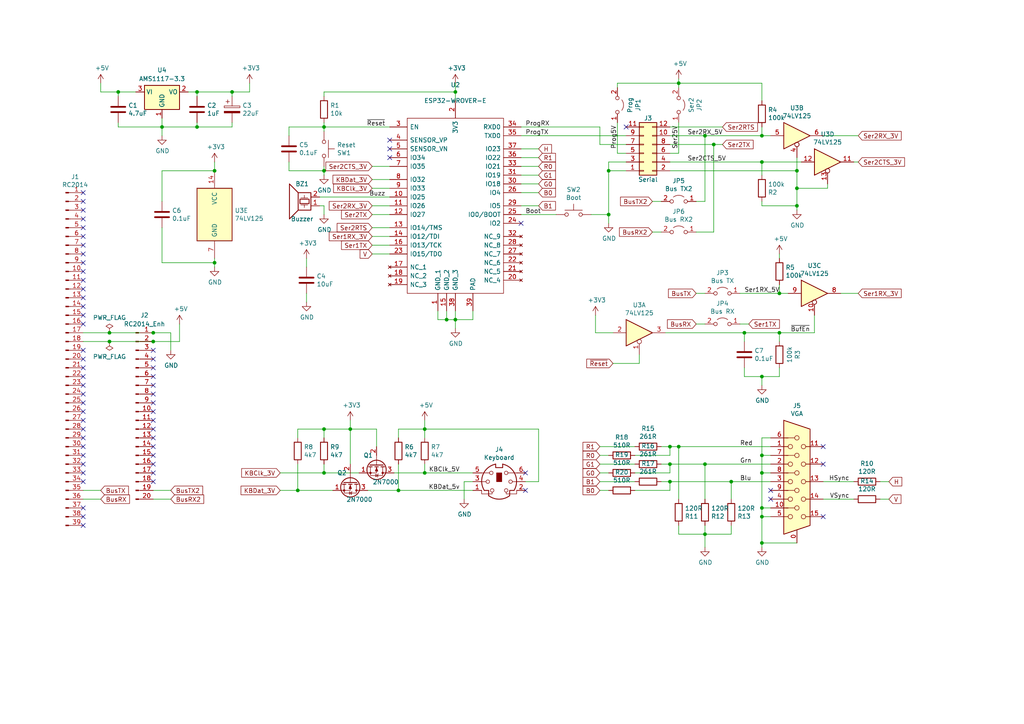
<source format=kicad_sch>
(kicad_sch (version 20230121) (generator eeschema)
  (paper "A4")
  (title_block (date "2024-06-02") (comment 1 "Some changes by Zegar") (comment 2 "74LV125 SMD") (comment 3 "AMS1117-3.3 instead MCP1825S"))
  (junction (at 115.57 142.24))
  (junction (at 194.31 139.7))
  (junction (at 220.98 137.16))
  (junction (at 34.29 26.67))
  (junction (at 212.09 139.7))
  (junction (at 93.98 124.46))
  (junction (at 44.45 96.52))
  (junction (at 44.45 99.06))
  (junction (at 220.98 46.99))
  (junction (at 62.23 49.53))
  (junction (at 123.19 124.46))
  (junction (at 215.9 96.52))
  (junction (at 101.6 124.46))
  (junction (at 204.47 134.62))
  (junction (at 220.98 149.86))
  (junction (at 226.06 85.09))
  (junction (at 86.36 142.24))
  (junction (at 204.47 39.37))
  (junction (at 220.98 157.48))
  (junction (at 31.75 96.52))
  (junction (at 226.06 96.52))
  (junction (at 67.31 26.67))
  (junction (at 93.98 137.16))
  (junction (at 46.99 36.83))
  (junction (at 31.75 99.06))
  (junction (at 132.08 92.71))
  (junction (at 196.85 24.13))
  (junction (at 132.08 26.67))
  (junction (at 231.14 54.61))
  (junction (at 204.47 154.94))
  (junction (at 93.98 49.53))
  (junction (at 57.15 36.83))
  (junction (at 220.98 109.22))
  (junction (at 220.98 39.37))
  (junction (at 176.53 62.23))
  (junction (at 194.31 129.54))
  (junction (at 176.53 49.53))
  (junction (at 123.19 137.16))
  (junction (at 129.54 92.71))
  (junction (at 220.98 147.32))
  (junction (at 207.01 41.91))
  (junction (at 220.98 132.08))
  (junction (at 231.14 49.53))
  (junction (at 194.31 134.62))
  (junction (at 57.15 26.67))
  (junction (at 196.85 129.54))
  (junction (at 231.14 59.69))
  (junction (at 62.23 76.2))
  (junction (at 93.98 36.83))
  (no_connect (at 223.52 142.24))
  (no_connect (at 181.61 36.83))
  (no_connect (at 44.45 121.92))
  (no_connect (at 24.13 68.58))
  (no_connect (at 44.45 116.84))
  (no_connect (at 44.45 119.38))
  (no_connect (at 44.45 114.3))
  (no_connect (at 24.13 91.44))
  (no_connect (at 24.13 147.32))
  (no_connect (at 238.76 149.86))
  (no_connect (at 24.13 106.68))
  (no_connect (at 151.13 64.77))
  (no_connect (at 24.13 149.86))
  (no_connect (at 24.13 63.5))
  (no_connect (at 44.45 134.62))
  (no_connect (at 24.13 129.54))
  (no_connect (at 24.13 139.7))
  (no_connect (at 44.45 129.54))
  (no_connect (at 223.52 144.78))
  (no_connect (at 24.13 93.98))
  (no_connect (at 24.13 134.62))
  (no_connect (at 44.45 109.22))
  (no_connect (at 24.13 81.28))
  (no_connect (at 113.03 40.64))
  (no_connect (at 44.45 139.7))
  (no_connect (at 44.45 101.6))
  (no_connect (at 238.76 134.62))
  (no_connect (at 24.13 116.84))
  (no_connect (at 44.45 124.46))
  (no_connect (at 24.13 101.6))
  (no_connect (at 44.45 111.76))
  (no_connect (at 24.13 119.38))
  (no_connect (at 24.13 78.74))
  (no_connect (at 24.13 88.9))
  (no_connect (at 24.13 111.76))
  (no_connect (at 24.13 73.66))
  (no_connect (at 24.13 124.46))
  (no_connect (at 44.45 106.68))
  (no_connect (at 24.13 58.42))
  (no_connect (at 44.45 137.16))
  (no_connect (at 24.13 83.82))
  (no_connect (at 44.45 127))
  (no_connect (at 24.13 60.96))
  (no_connect (at 24.13 114.3))
  (no_connect (at 152.4 137.16))
  (no_connect (at 24.13 132.08))
  (no_connect (at 24.13 137.16))
  (no_connect (at 44.45 104.14))
  (no_connect (at 113.03 43.18))
  (no_connect (at 44.45 132.08))
  (no_connect (at 24.13 66.04))
  (no_connect (at 24.13 127))
  (no_connect (at 24.13 121.92))
  (no_connect (at 24.13 55.88))
  (no_connect (at 24.13 71.12))
  (no_connect (at 24.13 109.22))
  (no_connect (at 24.13 86.36))
  (no_connect (at 152.4 142.24))
  (no_connect (at 238.76 129.54))
  (no_connect (at 24.13 104.14))
  (no_connect (at 24.13 76.2))
  (no_connect (at 113.03 45.72))
  (no_connect (at 24.13 152.4))
  (wire (pts (xy 212.09 152.4) (xy 212.09 154.94)))
  (wire (pts (xy 57.15 26.67) (xy 67.31 26.67)))
  (wire (pts (xy 92.71 57.15) (xy 113.03 57.15)))
  (wire (pts (xy 109.22 124.46) (xy 109.22 129.54)))
  (wire (pts (xy 151.13 55.88) (xy 156.21 55.88)))
  (wire (pts (xy 220.98 149.86) (xy 220.98 157.48)))
  (wire (pts (xy 194.31 36.83) (xy 209.55 36.83)))
  (wire (pts (xy 191.77 139.7) (xy 194.31 139.7)))
  (wire (pts (xy 220.98 39.37) (xy 223.52 39.37)))
  (wire (pts (xy 194.31 49.53) (xy 231.14 49.53)))
  (wire (pts (xy 86.36 127) (xy 86.36 124.46)))
  (wire (pts (xy 151.13 50.8) (xy 156.21 50.8)))
  (wire (pts (xy 132.08 95.25) (xy 132.08 92.71)))
  (wire (pts (xy 129.54 92.71) (xy 132.08 92.71)))
  (wire (pts (xy 101.6 124.46) (xy 109.22 124.46)))
  (wire (pts (xy 226.06 99.06) (xy 226.06 96.52)))
  (wire (pts (xy 57.15 26.67) (xy 57.15 27.94)))
  (wire (pts (xy 62.23 46.99) (xy 62.23 49.53)))
  (wire (pts (xy 106.68 142.24) (xy 115.57 142.24)))
  (wire (pts (xy 231.14 45.72) (xy 231.14 49.53)))
  (wire (pts (xy 193.04 96.52) (xy 215.9 96.52)))
  (wire (pts (xy 173.99 137.16) (xy 176.53 137.16)))
  (wire (pts (xy 173.99 142.24) (xy 176.53 142.24)))
  (wire (pts (xy 93.98 124.46) (xy 101.6 124.46)))
  (wire (pts (xy 176.53 49.53) (xy 176.53 62.23)))
  (wire (pts (xy 194.31 134.62) (xy 204.47 134.62)))
  (wire (pts (xy 34.29 27.94) (xy 34.29 26.67)))
  (wire (pts (xy 255.27 144.78) (xy 257.81 144.78)))
  (wire (pts (xy 113.03 66.04) (xy 107.95 66.04)))
  (wire (pts (xy 173.99 41.91) (xy 181.61 41.91)))
  (wire (pts (xy 215.9 99.06) (xy 215.9 96.52)))
  (wire (pts (xy 44.45 144.78) (xy 49.53 144.78)))
  (wire (pts (xy 212.09 154.94) (xy 204.47 154.94)))
  (wire (pts (xy 107.95 52.07) (xy 113.03 52.07)))
  (wire (pts (xy 127 92.71) (xy 129.54 92.71)))
  (wire (pts (xy 220.98 109.22) (xy 220.98 111.76)))
  (wire (pts (xy 243.84 85.09) (xy 248.92 85.09)))
  (wire (pts (xy 220.98 109.22) (xy 226.06 109.22)))
  (wire (pts (xy 24.13 144.78) (xy 29.21 144.78)))
  (wire (pts (xy 86.36 124.46) (xy 93.98 124.46)))
  (wire (pts (xy 220.98 147.32) (xy 220.98 149.86)))
  (wire (pts (xy 123.19 121.92) (xy 123.19 124.46)))
  (wire (pts (xy 134.62 139.7) (xy 134.62 144.78)))
  (wire (pts (xy 223.52 127) (xy 220.98 127)))
  (wire (pts (xy 204.47 152.4) (xy 204.47 154.94)))
  (wire (pts (xy 220.98 127) (xy 220.98 132.08)))
  (wire (pts (xy 220.98 24.13) (xy 220.98 29.21)))
  (wire (pts (xy 93.98 49.53) (xy 93.98 50.8)))
  (wire (pts (xy 204.47 154.94) (xy 204.47 158.75)))
  (wire (pts (xy 223.52 132.08) (xy 220.98 132.08)))
  (wire (pts (xy 46.99 49.53) (xy 62.23 49.53)))
  (wire (pts (xy 34.29 36.83) (xy 46.99 36.83)))
  (wire (pts (xy 46.99 76.2) (xy 62.23 76.2)))
  (wire (pts (xy 220.98 50.8) (xy 220.98 46.99)))
  (wire (pts (xy 231.14 157.48) (xy 220.98 157.48)))
  (wire (pts (xy 255.27 139.7) (xy 257.81 139.7)))
  (wire (pts (xy 123.19 137.16) (xy 137.16 137.16)))
  (wire (pts (xy 204.47 93.98) (xy 201.93 93.98)))
  (wire (pts (xy 214.63 93.98) (xy 217.17 93.98)))
  (wire (pts (xy 194.31 129.54) (xy 196.85 129.54)))
  (wire (pts (xy 151.13 48.26) (xy 156.21 48.26)))
  (wire (pts (xy 238.76 144.78) (xy 247.65 144.78)))
  (wire (pts (xy 189.23 67.31) (xy 191.77 67.31)))
  (wire (pts (xy 173.99 129.54) (xy 184.15 129.54)))
  (wire (pts (xy 212.09 139.7) (xy 223.52 139.7)))
  (wire (pts (xy 57.15 36.83) (xy 46.99 36.83)))
  (wire (pts (xy 34.29 35.56) (xy 34.29 36.83)))
  (wire (pts (xy 83.82 49.53) (xy 93.98 49.53)))
  (wire (pts (xy 226.06 73.66) (xy 226.06 74.93)))
  (wire (pts (xy 223.52 137.16) (xy 220.98 137.16)))
  (wire (pts (xy 194.31 139.7) (xy 212.09 139.7)))
  (wire (pts (xy 44.45 142.24) (xy 49.53 142.24)))
  (wire (pts (xy 81.28 137.16) (xy 93.98 137.16)))
  (wire (pts (xy 196.85 129.54) (xy 196.85 144.78)))
  (wire (pts (xy 176.53 46.99) (xy 181.61 46.99)))
  (wire (pts (xy 201.93 85.09) (xy 204.47 85.09)))
  (wire (pts (xy 171.45 62.23) (xy 176.53 62.23)))
  (wire (pts (xy 113.03 36.83) (xy 93.98 36.83)))
  (wire (pts (xy 181.61 49.53) (xy 176.53 49.53)))
  (wire (pts (xy 46.99 66.04) (xy 46.99 76.2)))
  (wire (pts (xy 107.95 59.69) (xy 113.03 59.69)))
  (wire (pts (xy 67.31 36.83) (xy 57.15 36.83)))
  (wire (pts (xy 172.72 96.52) (xy 177.8 96.52)))
  (wire (pts (xy 151.13 43.18) (xy 156.21 43.18)))
  (wire (pts (xy 196.85 129.54) (xy 223.52 129.54)))
  (wire (pts (xy 207.01 67.31) (xy 201.93 67.31)))
  (wire (pts (xy 29.21 26.67) (xy 34.29 26.67)))
  (wire (pts (xy 220.98 132.08) (xy 220.98 137.16)))
  (wire (pts (xy 107.95 54.61) (xy 113.03 54.61)))
  (wire (pts (xy 248.92 39.37) (xy 238.76 39.37)))
  (wire (pts (xy 207.01 41.91) (xy 209.55 41.91)))
  (wire (pts (xy 57.15 35.56) (xy 57.15 36.83)))
  (wire (pts (xy 39.37 26.67) (xy 34.29 26.67)))
  (wire (pts (xy 101.6 121.92) (xy 101.6 124.46)))
  (wire (pts (xy 93.98 36.83) (xy 93.98 38.1)))
  (wire (pts (xy 83.82 39.37) (xy 83.82 36.83)))
  (wire (pts (xy 151.13 59.69) (xy 156.21 59.69)))
  (wire (pts (xy 72.39 26.67) (xy 72.39 24.13)))
  (wire (pts (xy 107.95 71.12) (xy 113.03 71.12)))
  (wire (pts (xy 88.9 74.93) (xy 88.9 77.47)))
  (wire (pts (xy 231.14 59.69) (xy 231.14 60.96)))
  (wire (pts (xy 179.07 24.13) (xy 196.85 24.13)))
  (wire (pts (xy 179.07 44.45) (xy 181.61 44.45)))
  (wire (pts (xy 194.31 46.99) (xy 220.98 46.99)))
  (wire (pts (xy 215.9 96.52) (xy 226.06 96.52)))
  (wire (pts (xy 226.06 109.22) (xy 226.06 106.68)))
  (wire (pts (xy 231.14 54.61) (xy 231.14 59.69)))
  (wire (pts (xy 132.08 24.13) (xy 132.08 26.67)))
  (wire (pts (xy 62.23 76.2) (xy 62.23 77.47)))
  (wire (pts (xy 132.08 92.71) (xy 132.08 90.17)))
  (wire (pts (xy 137.16 90.17) (xy 137.16 92.71)))
  (wire (pts (xy 179.07 35.56) (xy 179.07 44.45)))
  (wire (pts (xy 123.19 124.46) (xy 115.57 124.46)))
  (wire (pts (xy 238.76 139.7) (xy 247.65 139.7)))
  (wire (pts (xy 220.98 24.13) (xy 196.85 24.13)))
  (wire (pts (xy 204.47 39.37) (xy 220.98 39.37)))
  (wire (pts (xy 173.99 36.83) (xy 173.99 41.91)))
  (wire (pts (xy 194.31 132.08) (xy 194.31 129.54)))
  (wire (pts (xy 194.31 41.91) (xy 207.01 41.91)))
  (wire (pts (xy 173.99 132.08) (xy 176.53 132.08)))
  (wire (pts (xy 31.75 99.06) (xy 44.45 99.06)))
  (wire (pts (xy 24.13 99.06) (xy 31.75 99.06)))
  (wire (pts (xy 184.15 132.08) (xy 194.31 132.08)))
  (wire (pts (xy 220.98 59.69) (xy 231.14 59.69)))
  (wire (pts (xy 86.36 134.62) (xy 86.36 142.24)))
  (wire (pts (xy 52.07 93.98) (xy 52.07 99.06)))
  (wire (pts (xy 226.06 82.55) (xy 226.06 85.09)))
  (wire (pts (xy 226.06 85.09) (xy 228.6 85.09)))
  (wire (pts (xy 93.98 26.67) (xy 132.08 26.67)))
  (wire (pts (xy 220.98 157.48) (xy 220.98 158.75)))
  (wire (pts (xy 185.42 105.41) (xy 185.42 102.87)))
  (wire (pts (xy 151.13 45.72) (xy 156.21 45.72)))
  (wire (pts (xy 93.98 134.62) (xy 93.98 137.16)))
  (wire (pts (xy 115.57 134.62) (xy 115.57 142.24)))
  (wire (pts (xy 204.47 58.42) (xy 204.47 39.37)))
  (wire (pts (xy 67.31 26.67) (xy 72.39 26.67)))
  (wire (pts (xy 115.57 142.24) (xy 137.16 142.24)))
  (wire (pts (xy 93.98 35.56) (xy 93.98 36.83)))
  (wire (pts (xy 132.08 92.71) (xy 137.16 92.71)))
  (wire (pts (xy 212.09 139.7) (xy 212.09 144.78)))
  (wire (pts (xy 123.19 127) (xy 123.19 124.46)))
  (wire (pts (xy 196.85 44.45) (xy 196.85 35.56)))
  (wire (pts (xy 31.75 96.52) (xy 44.45 96.52)))
  (wire (pts (xy 151.13 53.34) (xy 156.21 53.34)))
  (wire (pts (xy 194.31 39.37) (xy 204.47 39.37)))
  (wire (pts (xy 132.08 26.67) (xy 132.08 29.21)))
  (wire (pts (xy 54.61 26.67) (xy 57.15 26.67)))
  (wire (pts (xy 207.01 67.31) (xy 207.01 41.91)))
  (wire (pts (xy 115.57 124.46) (xy 115.57 127)))
  (wire (pts (xy 204.47 134.62) (xy 223.52 134.62)))
  (wire (pts (xy 179.07 25.4) (xy 179.07 24.13)))
  (wire (pts (xy 184.15 142.24) (xy 194.31 142.24)))
  (wire (pts (xy 173.99 134.62) (xy 184.15 134.62)))
  (wire (pts (xy 215.9 106.68) (xy 215.9 109.22)))
  (wire (pts (xy 93.98 27.94) (xy 93.98 26.67)))
  (wire (pts (xy 220.98 58.42) (xy 220.98 59.69)))
  (wire (pts (xy 46.99 36.83) (xy 46.99 39.37)))
  (wire (pts (xy 231.14 49.53) (xy 231.14 54.61)))
  (wire (pts (xy 214.63 85.09) (xy 226.06 85.09)))
  (wire (pts (xy 173.99 139.7) (xy 184.15 139.7)))
  (wire (pts (xy 83.82 36.83) (xy 93.98 36.83)))
  (wire (pts (xy 24.13 142.24) (xy 29.21 142.24)))
  (wire (pts (xy 81.28 142.24) (xy 86.36 142.24)))
  (wire (pts (xy 151.13 36.83) (xy 173.99 36.83)))
  (wire (pts (xy 184.15 137.16) (xy 194.31 137.16)))
  (wire (pts (xy 196.85 25.4) (xy 196.85 24.13)))
  (wire (pts (xy 152.4 139.7) (xy 156.21 139.7)))
  (wire (pts (xy 127 90.17) (xy 127 92.71)))
  (wire (pts (xy 156.21 124.46) (xy 123.19 124.46)))
  (wire (pts (xy 67.31 27.94) (xy 67.31 26.67)))
  (wire (pts (xy 46.99 58.42) (xy 46.99 49.53)))
  (wire (pts (xy 223.52 149.86) (xy 220.98 149.86)))
  (wire (pts (xy 92.71 59.69) (xy 93.98 59.69)))
  (wire (pts (xy 49.53 96.52) (xy 49.53 101.6)))
  (wire (pts (xy 220.98 137.16) (xy 220.98 147.32)))
  (wire (pts (xy 204.47 58.42) (xy 201.93 58.42)))
  (wire (pts (xy 86.36 142.24) (xy 96.52 142.24)))
  (wire (pts (xy 191.77 58.42) (xy 189.23 58.42)))
  (wire (pts (xy 176.53 49.53) (xy 176.53 46.99)))
  (wire (pts (xy 151.13 39.37) (xy 181.61 39.37)))
  (wire (pts (xy 62.23 74.93) (xy 62.23 76.2)))
  (wire (pts (xy 44.45 96.52) (xy 49.53 96.52)))
  (wire (pts (xy 114.3 137.16) (xy 123.19 137.16)))
  (wire (pts (xy 93.98 59.69) (xy 93.98 62.23)))
  (wire (pts (xy 161.29 62.23) (xy 151.13 62.23)))
  (wire (pts (xy 93.98 124.46) (xy 93.98 127)))
  (wire (pts (xy 129.54 90.17) (xy 129.54 92.71)))
  (wire (pts (xy 101.6 134.62) (xy 101.6 124.46)))
  (wire (pts (xy 236.22 96.52) (xy 226.06 96.52)))
  (wire (pts (xy 83.82 46.99) (xy 83.82 49.53)))
  (wire (pts (xy 196.85 24.13) (xy 196.85 22.86)))
  (wire (pts (xy 93.98 137.16) (xy 104.14 137.16)))
  (wire (pts (xy 194.31 44.45) (xy 196.85 44.45)))
  (wire (pts (xy 52.07 99.06) (xy 44.45 99.06)))
  (wire (pts (xy 220.98 46.99) (xy 232.41 46.99)))
  (wire (pts (xy 137.16 139.7) (xy 134.62 139.7)))
  (wire (pts (xy 215.9 109.22) (xy 220.98 109.22)))
  (wire (pts (xy 93.98 48.26) (xy 93.98 49.53)))
  (wire (pts (xy 236.22 91.44) (xy 236.22 96.52)))
  (wire (pts (xy 240.03 53.34) (xy 240.03 54.61)))
  (wire (pts (xy 240.03 54.61) (xy 231.14 54.61)))
  (wire (pts (xy 107.95 62.23) (xy 113.03 62.23)))
  (wire (pts (xy 196.85 154.94) (xy 204.47 154.94)))
  (wire (pts (xy 29.21 26.67) (xy 29.21 24.13)))
  (wire (pts (xy 194.31 142.24) (xy 194.31 139.7)))
  (wire (pts (xy 220.98 36.83) (xy 220.98 39.37)))
  (wire (pts (xy 177.8 105.41) (xy 185.42 105.41)))
  (wire (pts (xy 24.13 96.52) (xy 31.75 96.52)))
  (wire (pts (xy 107.95 68.58) (xy 113.03 68.58)))
  (wire (pts (xy 248.92 46.99) (xy 247.65 46.99)))
  (wire (pts (xy 113.03 48.26) (xy 107.95 48.26)))
  (wire (pts (xy 223.52 147.32) (xy 220.98 147.32)))
  (wire (pts (xy 88.9 85.09) (xy 88.9 87.63)))
  (wire (pts (xy 123.19 134.62) (xy 123.19 137.16)))
  (wire (pts (xy 196.85 152.4) (xy 196.85 154.94)))
  (wire (pts (xy 191.77 129.54) (xy 194.31 129.54)))
  (wire (pts (xy 176.53 62.23) (xy 176.53 64.77)))
  (wire (pts (xy 156.21 139.7) (xy 156.21 124.46)))
  (wire (pts (xy 191.77 134.62) (xy 194.31 134.62)))
  (wire (pts (xy 172.72 91.44) (xy 172.72 96.52)))
  (wire (pts (xy 46.99 34.29) (xy 46.99 36.83)))
  (wire (pts (xy 67.31 36.83) (xy 67.31 35.56)))
  (wire (pts (xy 204.47 134.62) (xy 204.47 144.78)))
  (wire (pts (xy 194.31 137.16) (xy 194.31 134.62)))
  (wire (pts (xy 107.95 73.66) (xy 113.03 73.66)))
  (label "Ser1RX_5V" (at 215.9 85.09 0))
  (label "Blu" (at 214.63 139.7 0))
  (label "Ser2RX_5V" (at 199.39 39.37 0))
  (label "Ser2CTS_5V" (at 199.39 46.99 0))
  (label "ProgRX" (at 152.4 36.83 0))
  (label "~{Reset}" (at 111.76 36.83 180))
  (label "HSync" (at 246.38 139.7 180))
  (label "VSync" (at 246.38 144.78 180))
  (label "KBClk_5V" (at 133.35 137.16 180))
  (label "~{BufEn}" (at 234.95 96.52 180))
  (label "ProgTX" (at 152.4 39.37 0))
  (label "Grn" (at 214.63 134.62 0))
  (label "Boot" (at 152.4 62.23 0))
  (label "KBDat_5v" (at 133.35 142.24 180))
  (label "Ser25V" (at 196.85 43.18 90))
  (label "Buzz" (at 111.76 57.15 180))
  (label "Prog5V" (at 179.07 43.18 90))
  (label "Red" (at 214.63 129.54 0))
  (global_label "Ser2CTS_3V" (shape input) (at 107.95 48.26 180) (property "Intersheetrefs" "${INTERSHEET_REFS}" (effects hide)))
  (global_label "H" (shape input) (at 156.21 43.18 0) (property "Intersheetrefs" "${INTERSHEET_REFS}" (effects hide)))
  (global_label "G1" (shape input) (at 156.21 50.8 0) (property "Intersheetrefs" "${INTERSHEET_REFS}" (effects hide)))
  (global_label "BusTX" (shape input) (at 201.93 85.09 180) (property "Intersheetrefs" "${INTERSHEET_REFS}" (effects hide)))
  (global_label "H" (shape input) (at 257.81 139.7 0) (property "Intersheetrefs" "${INTERSHEET_REFS}" (effects hide)))
  (global_label "Ser2RX_3V" (shape input) (at 248.92 39.37 0) (property "Intersheetrefs" "${INTERSHEET_REFS}" (effects hide)))
  (global_label "KBDat_3V" (shape input) (at 81.28 142.24 180) (property "Intersheetrefs" "${INTERSHEET_REFS}" (effects hide)))
  (global_label "B0" (shape input) (at 173.99 142.24 180) (property "Intersheetrefs" "${INTERSHEET_REFS}" (effects hide)))
  (global_label "Ser2RX_3V" (shape input) (at 107.95 59.69 180) (property "Intersheetrefs" "${INTERSHEET_REFS}" (effects hide)))
  (global_label "Ser2TX" (shape input) (at 107.95 62.23 180) (property "Intersheetrefs" "${INTERSHEET_REFS}" (effects hide)))
  (global_label "G0" (shape input) (at 173.99 137.16 180) (property "Intersheetrefs" "${INTERSHEET_REFS}" (effects hide)))
  (global_label "B0" (shape input) (at 156.21 55.88 0) (property "Intersheetrefs" "${INTERSHEET_REFS}" (effects hide)))
  (global_label "R1" (shape input) (at 173.99 129.54 180) (property "Intersheetrefs" "${INTERSHEET_REFS}" (effects hide)))
  (global_label "V" (shape input) (at 257.81 144.78 0) (property "Intersheetrefs" "${INTERSHEET_REFS}" (effects hide)))
  (global_label "Ser2RTS" (shape input) (at 209.55 36.83 0) (property "Intersheetrefs" "${INTERSHEET_REFS}" (effects hide)))
  (global_label "Ser1TX" (shape input) (at 217.17 93.98 0) (property "Intersheetrefs" "${INTERSHEET_REFS}" (effects hide)))
  (global_label "BusRX2" (shape input) (at 49.53 144.78 0) (property "Intersheetrefs" "${INTERSHEET_REFS}" (effects hide)))
  (global_label "Ser1TX" (shape input) (at 107.95 71.12 180) (property "Intersheetrefs" "${INTERSHEET_REFS}" (effects hide)))
  (global_label "BusTX2" (shape input) (at 49.53 142.24 0) (property "Intersheetrefs" "${INTERSHEET_REFS}" (effects hide)))
  (global_label "R0" (shape input) (at 173.99 132.08 180) (property "Intersheetrefs" "${INTERSHEET_REFS}" (effects hide)))
  (global_label "KBClk_3V" (shape input) (at 107.95 54.61 180) (property "Intersheetrefs" "${INTERSHEET_REFS}" (effects hide)))
  (global_label "BusTX2" (shape input) (at 189.23 58.42 180) (property "Intersheetrefs" "${INTERSHEET_REFS}" (effects hide)))
  (global_label "Ser2TX" (shape input) (at 209.55 41.91 0) (property "Intersheetrefs" "${INTERSHEET_REFS}" (effects hide)))
  (global_label "KBClk_3V" (shape input) (at 81.28 137.16 180) (property "Intersheetrefs" "${INTERSHEET_REFS}" (effects hide)))
  (global_label "V" (shape input) (at 107.95 73.66 180) (property "Intersheetrefs" "${INTERSHEET_REFS}" (effects hide)))
  (global_label "BusRX2" (shape input) (at 189.23 67.31 180) (property "Intersheetrefs" "${INTERSHEET_REFS}" (effects hide)))
  (global_label "G0" (shape input) (at 156.21 53.34 0) (property "Intersheetrefs" "${INTERSHEET_REFS}" (effects hide)))
  (global_label "Ser1RX_3V" (shape input) (at 248.92 85.09 0) (property "Intersheetrefs" "${INTERSHEET_REFS}" (effects hide)))
  (global_label "B1" (shape input) (at 173.99 139.7 180) (property "Intersheetrefs" "${INTERSHEET_REFS}" (effects hide)))
  (global_label "Ser2RTS" (shape input) (at 107.95 66.04 180) (property "Intersheetrefs" "${INTERSHEET_REFS}" (effects hide)))
  (global_label "R0" (shape input) (at 156.21 48.26 0) (property "Intersheetrefs" "${INTERSHEET_REFS}" (effects hide)))
  (global_label "Ser1RX_3V" (shape input) (at 107.95 68.58 180) (property "Intersheetrefs" "${INTERSHEET_REFS}" (effects hide)))
  (global_label "~{Reset}" (shape input) (at 177.8 105.41 180) (property "Intersheetrefs" "${INTERSHEET_REFS}" (effects hide)))
  (global_label "B1" (shape input) (at 156.21 59.69 0) (property "Intersheetrefs" "${INTERSHEET_REFS}" (effects hide)))
  (global_label "BusRX" (shape input) (at 29.21 144.78 0) (property "Intersheetrefs" "${INTERSHEET_REFS}" (effects hide)))
  (global_label "BusRX" (shape input) (at 201.93 93.98 180) (property "Intersheetrefs" "${INTERSHEET_REFS}" (effects hide)))
  (global_label "BusTX" (shape input) (at 29.21 142.24 0) (property "Intersheetrefs" "${INTERSHEET_REFS}" (effects hide)))
  (global_label "G1" (shape input) (at 173.99 134.62 180) (property "Intersheetrefs" "${INTERSHEET_REFS}" (effects hide)))
  (global_label "R1" (shape input) (at 156.21 45.72 0) (property "Intersheetrefs" "${INTERSHEET_REFS}" (effects hide)))
  (global_label "Ser2CTS_3V" (shape input) (at 248.92 46.99 0) (property "Intersheetrefs" "${INTERSHEET_REFS}" (effects hide)))
  (global_label "KBDat_3V" (shape input) (at 107.95 52.07 180) (property "Intersheetrefs" "${INTERSHEET_REFS}" (effects hide)))
  (symbol (lib_id "rc-fabgl-rescue:Conn_01x39_Male-Connector") (at 19.05 104.14 0) (unit 1)
    (property "Reference" "J1" (at 21.7932 51.2826 0))
    (property "Value" "RC2014" (at 21.7932 53.594 0))
    (property "Footprint" "Connector_PinHeader_2.54mm:PinHeader_1x39_P2.54mm_Vertical" (effects hide))
  )
  (symbol (lib_id "rc-fabgl-rescue:Conn_01x20_Male-Connector") (at 39.37 119.38 0) (unit 1)
    (property "Reference" "J2" (at 41.91 91.44 0))
    (property "Value" "RC2014_Enh" (at 41.91 93.98 0))
    (property "Footprint" "Connector_PinHeader_2.54mm:PinHeader_1x20_P2.54mm_Vertical" (effects hide))
  )
  (symbol (lib_id "power:GND") (at 49.53 101.6 0) (unit 1)
    (property "Reference" "#PWR0101" (effects hide))
    (property "Value" "GND" (at 49.657 105.9942 0))
  )
  (symbol (lib_id "power:+5V") (at 52.07 93.98 0) (unit 1)
    (property "Reference" "#PWR0105" (effects hide))
    (property "Value" "+5V" (at 52.451 89.5858 0))
  )
  (symbol (lib_id "power:PWR_FLAG") (at 31.75 96.52 0) (unit 1)
    (property "Reference" "#FLG0101" (effects hide))
    (property "Value" "PWR_FLAG" (at 31.75 92.1258 0))
  )
  (symbol (lib_id "power:PWR_FLAG") (at 31.75 99.06 180) (unit 1)
    (property "Reference" "#FLG0102" (effects hide))
    (property "Value" "PWR_FLAG" (at 31.75 103.4542 0))
  )
  (symbol (lib_id "rc-fabgl:ESP32-WROVER-E") (at 113.03 36.83 0) (unit 1)
    (property "Reference" "U2" (at 132.08 24.6126 0))
    (property "Value" "ESP32-WROVER-E" (at 132.08 29.21 0))
    (property "Footprint" "rc-fabgl:ESP32WROVERE" (effects hide))
    (property "Datasheet" "https://www.mouser.at/datasheet/2/891/esp32-wrover-e_esp32-wrover-ie_datasheet_en-1855913.pdf" (effects hide))
  )
  (symbol (lib_id "Device:C") (at 34.29 31.75 0) (unit 1)
    (property "Reference" "C1" (at 37.211 30.5816 0) (effects (justify left)))
    (property "Value" "4.7uF" (at 37.211 32.893 0) (effects (justify left)))
    (property "Footprint" "Capacitor_THT:C_Disc_D3.4mm_W2.1mm_P2.50mm" (effects hide))
  )
  (symbol (lib_id "power:GND") (at 132.08 95.25 0) (unit 1)
    (property "Reference" "#PWR0102" (effects hide))
    (property "Value" "GND" (at 132.207 99.6442 0))
  )
  (symbol (lib_id "Device:C") (at 57.15 31.75 0) (unit 1)
    (property "Reference" "C2" (at 60.071 30.5816 0) (effects (justify left)))
    (property "Value" "1uF" (at 60.071 32.893 0) (effects (justify left)))
    (property "Footprint" "Capacitor_THT:C_Disc_D3.0mm_W1.6mm_P2.50mm" (effects hide))
  )
  (symbol (lib_id "rc-fabgl-rescue:+3.3V-power") (at 132.08 24.13 0) (unit 1)
    (property "Reference" "#PWR0104" (effects hide))
    (property "Value" "+3.3V" (at 132.461 19.7358 0))
  )
  (symbol (lib_id "Device:R") (at 93.98 31.75 0) (unit 1)
    (property "Reference" "R1" (at 95.758 30.5816 0) (effects (justify left)))
    (property "Value" "10k" (at 95.758 32.893 0) (effects (justify left)))
    (property "Footprint" "Resistor_THT:R_Axial_DIN0207_L6.3mm_D2.5mm_P7.62mm_Horizontal" (effects hide))
  )
  (symbol (lib_id "power:GND") (at 46.99 39.37 0) (unit 1)
    (property "Reference" "#PWR0106" (effects hide))
    (property "Value" "GND" (at 47.117 43.7642 0))
  )
  (symbol (lib_id "Device:C") (at 83.82 43.18 0) (unit 1)
    (property "Reference" "C5" (at 86.741 42.0116 0) (effects (justify left)))
    (property "Value" "0.1uF" (at 86.741 44.323 0) (effects (justify left)))
    (property "Footprint" "Capacitor_THT:C_Disc_D3.0mm_W1.6mm_P2.50mm" (effects hide))
  )
  (symbol (lib_id "rc-fabgl-rescue:+3.3V-power") (at 72.39 24.13 0) (unit 1)
    (property "Reference" "#PWR0107" (effects hide))
    (property "Value" "+3.3V" (at 72.771 19.7358 0))
  )
  (symbol (lib_id "power:+5V") (at 29.21 24.13 0) (unit 1)
    (property "Reference" "#PWR0108" (effects hide))
    (property "Value" "+5V" (at 29.591 19.7358 0))
  )
  (symbol (lib_id "power:GND") (at 93.98 50.8 0) (unit 1)
    (property "Reference" "#PWR0109" (effects hide))
    (property "Value" "GND" (at 94.107 55.1942 0))
  )
  (symbol (lib_id "Connector:Mini-DIN-6") (at 144.78 139.7 0) (mirror y) (unit 1)
    (property "Reference" "J4" (at 144.78 130.3782 0))
    (property "Value" "Keyboard" (at 144.78 132.6896 0))
    (property "Footprint" "rc-fabgl:Mini-DIN-6-Socket" (effects hide))
    (property "Datasheet" "http://service.powerdynamics.com/ec/Catalog17/Section%2011.pdf" (effects hide))
  )
  (symbol (lib_id "Connector_Generic:Conn_02x06_Odd_Even") (at 186.69 44.45 0) (mirror x) (unit 1)
    (property "Reference" "J3" (at 187.96 34.29 0))
    (property "Value" "Serial" (at 187.96 52.07 0))
    (property "Footprint" "Connector_PinHeader_2.54mm:PinHeader_2x06_P2.54mm_Horizontal" (effects hide))
  )
  (symbol (lib_id "rc-fabgl-rescue:CP-Device") (at 67.31 31.75 0) (unit 1)
    (property "Reference" "C3" (at 70.3072 30.5816 0) (effects (justify left)))
    (property "Value" "22uF" (at 70.3072 32.893 0) (effects (justify left)))
    (property "Footprint" "Capacitor_THT:CP_Radial_D5.0mm_P2.00mm" (effects hide))
  )
  (symbol (lib_id "Device:C") (at 88.9 81.28 0) (unit 1)
    (property "Reference" "C4" (at 91.821 80.1116 0) (effects (justify left)))
    (property "Value" "10uF" (at 91.821 82.423 0) (effects (justify left)))
    (property "Footprint" "Capacitor_THT:C_Disc_D3.4mm_W2.1mm_P2.50mm" (effects hide))
  )
  (symbol (lib_id "power:GND") (at 88.9 87.63 0) (unit 1)
    (property "Reference" "#PWR0110" (effects hide))
    (property "Value" "GND" (at 89.027 92.0242 0))
  )
  (symbol (lib_id "Jumper:Jumper_2_Open") (at 196.85 30.48 270) (mirror x) (unit 1)
    (property "Reference" "JP2" (at 202.819 30.48 0))
    (property "Value" "Ser2" (at 200.5076 30.48 0))
    (property "Footprint" "Connector_PinHeader_2.54mm:PinHeader_1x02_P2.54mm_Vertical" (effects hide))
  )
  (symbol (lib_id "rc-fabgl-rescue:+3.3V-power") (at 88.9 74.93 0) (unit 1)
    (property "Reference" "#PWR0111" (effects hide))
    (property "Value" "+3.3V" (at 89.281 70.5358 0))
  )
  (symbol (lib_id "Switch:SW_Push") (at 93.98 43.18 270) (mirror x) (unit 1)
    (property "Reference" "SW1" (at 97.7392 44.3484 90) (effects (justify left)))
    (property "Value" "Reset" (at 97.7392 42.037 90) (effects (justify left)))
    (property "Footprint" "Button_Switch_THT:SW_Tactile_SPST_Angled_PTS645Vx39-2LFS" (effects hide))
  )
  (symbol (lib_id "power:+5V") (at 196.85 22.86 0) (unit 1)
    (property "Reference" "#PWR0125" (effects hide))
    (property "Value" "+5V" (at 197.231 18.4658 0))
  )
  (symbol (lib_id "power:GND") (at 134.62 144.78 0) (unit 1)
    (property "Reference" "#PWR0119" (effects hide))
    (property "Value" "GND" (at 134.747 149.1742 0))
  )
  (symbol (lib_id "rc-fabgl-rescue:+3.3V-power") (at 62.23 46.99 0) (unit 1)
    (property "Reference" "#PWR0123" (effects hide))
    (property "Value" "+3.3V" (at 62.611 42.5958 0))
  )
  (symbol (lib_id "power:GND") (at 62.23 77.47 0) (unit 1)
    (property "Reference" "#PWR0124" (effects hide))
    (property "Value" "GND" (at 62.357 81.8642 0))
  )
  (symbol (lib_id "Device:C") (at 46.99 62.23 0) (unit 1)
    (property "Reference" "C6" (at 49.911 61.0616 0) (effects (justify left)))
    (property "Value" "0.1uF" (at 49.911 63.373 0) (effects (justify left)))
    (property "Footprint" "Capacitor_THT:C_Disc_D3.0mm_W1.6mm_P2.50mm" (effects hide))
  )
  (symbol (lib_id "Switch:SW_Push") (at 166.37 62.23 0) (unit 1)
    (property "Reference" "SW2" (at 166.37 54.991 0))
    (property "Value" "Boot" (at 166.37 57.3024 0))
    (property "Footprint" "Button_Switch_THT:SW_Tactile_SPST_Angled_PTS645Vx39-2LFS" (effects hide))
  )
  (symbol (lib_id "power:GND") (at 176.53 64.77 0) (unit 1)
    (property "Reference" "#PWR0112" (effects hide))
    (property "Value" "GND" (at 176.657 69.1642 0))
  )
  (symbol (lib_id "Jumper:Jumper_2_Open") (at 179.07 30.48 270) (mirror x) (unit 1)
    (property "Reference" "JP1" (at 185.039 30.48 0))
    (property "Value" "Prog" (at 182.7276 30.48 0))
    (property "Footprint" "Connector_PinHeader_2.54mm:PinHeader_1x02_P2.54mm_Vertical" (effects hide))
  )
  (symbol (lib_id "Device:Speaker_Crystal") (at 87.63 59.69 180) (unit 1)
    (property "Reference" "BZ1" (at 87.63 53.34 0))
    (property "Value" "Buzzer" (at 87.63 63.5 0))
    (property "Footprint" "Buzzer_Beeper:Buzzer_TDK_PS1240P02BT_D12.2mm_H6.5mm" (effects hide))
  )
  (symbol (lib_id "Device:R") (at 123.19 130.81 0) (unit 1)
    (property "Reference" "R7" (at 124.968 129.6416 0) (effects (justify left)))
    (property "Value" "4k7" (at 124.968 131.953 0) (effects (justify left)))
    (property "Footprint" "Resistor_THT:R_Axial_DIN0207_L6.3mm_D2.5mm_P7.62mm_Horizontal" (effects hide))
  )
  (symbol (lib_id "Device:R") (at 93.98 130.81 0) (unit 1)
    (property "Reference" "R9" (at 95.758 129.6416 0) (effects (justify left)))
    (property "Value" "4k7" (at 95.758 131.953 0) (effects (justify left)))
    (property "Footprint" "Resistor_THT:R_Axial_DIN0207_L6.3mm_D2.5mm_P7.62mm_Horizontal" (effects hide))
  )
  (symbol (lib_id "power:GND") (at 93.98 62.23 0) (unit 1)
    (property "Reference" "#PWR0122" (effects hide))
    (property "Value" "GND" (at 94.107 66.6242 0))
  )
  (symbol (lib_id "power:GND") (at 231.14 60.96 0) (unit 1)
    (property "Reference" "#PWR0126" (effects hide))
    (property "Value" "GND" (at 231.267 65.3542 0))
  )
  (symbol (lib_id "Transistor_FET:2N7000") (at 109.22 134.62 270) (unit 1)
    (property "Reference" "Q1" (at 105.41 132.08 90) (effects (justify left)))
    (property "Value" "2N7000" (at 108.077 139.8016 90) (effects (justify left)))
    (property "Footprint" "Package_TO_SOT_THT:TO-92" (effects hide))
    (property "Datasheet" "https://www.fairchildsemi.com/datasheets/2N/2N7000.pdf" (effects hide))
  )
  (symbol (lib_id "Transistor_FET:2N7000") (at 101.6 139.7 270) (unit 1)
    (property "Reference" "Q2" (at 97.79 137.16 90) (effects (justify left)))
    (property "Value" "2N7000" (at 100.457 144.8816 90) (effects (justify left)))
    (property "Footprint" "Package_TO_SOT_THT:TO-92" (effects hide))
    (property "Datasheet" "https://www.fairchildsemi.com/datasheets/2N/2N7000.pdf" (effects hide))
  )
  (symbol (lib_id "rc-fabgl-rescue:DB15_Female_HighDensity_MountingHoles-Connector") (at 231.14 139.7 0) (unit 1)
    (property "Reference" "J5" (at 231.14 117.6782 0))
    (property "Value" "VGA" (at 231.14 119.9896 0))
    (property "Footprint" "rc-fabgl:DSUB-15-HD_Female_Horizontal_P2.29x2.54mm_Housed" (effects hide))
    (property "Datasheet" " ~" (effects hide))
  )
  (symbol (lib_id "power:GND") (at 220.98 158.75 0) (unit 1)
    (property "Reference" "#PWR0115" (effects hide))
    (property "Value" "GND" (at 221.107 163.1442 0))
  )
  (symbol (lib_id "Device:R") (at 251.46 139.7 270) (unit 1)
    (property "Reference" "R10" (at 251.46 134.4422 90))
    (property "Value" "120R" (at 251.46 136.7536 90))
    (property "Footprint" "Resistor_THT:R_Axial_DIN0207_L6.3mm_D2.5mm_P7.62mm_Horizontal" (effects hide))
  )
  (symbol (lib_id "Device:R") (at 251.46 144.78 270) (unit 1)
    (property "Reference" "R14" (at 251.46 139.5222 90))
    (property "Value" "120R" (at 251.46 141.8336 90))
    (property "Footprint" "Resistor_THT:R_Axial_DIN0207_L6.3mm_D2.5mm_P7.62mm_Horizontal" (effects hide))
  )
  (symbol (lib_id "Device:R") (at 187.96 129.54 90) (mirror x) (unit 1)
    (property "Reference" "R15" (at 187.96 124.2822 90))
    (property "Value" "261R" (at 187.96 126.5936 90))
    (property "Footprint" "Resistor_THT:R_Axial_DIN0207_L6.3mm_D2.5mm_P7.62mm_Horizontal" (effects hide))
  )
  (symbol (lib_id "Device:R") (at 187.96 134.62 90) (mirror x) (unit 1)
    (property "Reference" "R16" (at 187.96 129.3622 90))
    (property "Value" "261R" (at 187.96 131.6736 90))
    (property "Footprint" "Resistor_THT:R_Axial_DIN0207_L6.3mm_D2.5mm_P7.62mm_Horizontal" (effects hide))
  )
  (symbol (lib_id "Device:R") (at 180.34 142.24 90) (mirror x) (unit 1)
    (property "Reference" "R20" (at 180.34 136.9822 90))
    (property "Value" "510R" (at 180.34 139.2936 90))
    (property "Footprint" "Resistor_THT:R_Axial_DIN0207_L6.3mm_D2.5mm_P7.62mm_Horizontal" (effects hide))
  )
  (symbol (lib_id "Device:R") (at 187.96 139.7 90) (mirror x) (unit 1)
    (property "Reference" "R17" (at 187.96 134.4422 90))
    (property "Value" "261R" (at 187.96 136.7536 90))
    (property "Footprint" "Resistor_THT:R_Axial_DIN0207_L6.3mm_D2.5mm_P7.62mm_Horizontal" (effects hide))
  )
  (symbol (lib_id "Device:R") (at 204.47 148.59 0) (mirror x) (unit 1)
    (property "Reference" "R12" (at 206.248 149.7584 0) (effects (justify left)))
    (property "Value" "120R" (at 206.248 147.447 0) (effects (justify left)))
    (property "Footprint" "Resistor_THT:R_Axial_DIN0207_L6.3mm_D2.5mm_P7.62mm_Horizontal" (effects hide))
  )
  (symbol (lib_id "Device:R") (at 212.09 148.59 0) (mirror x) (unit 1)
    (property "Reference" "R13" (at 213.868 149.7584 0) (effects (justify left)))
    (property "Value" "120R" (at 213.868 147.447 0) (effects (justify left)))
    (property "Footprint" "Resistor_THT:R_Axial_DIN0207_L6.3mm_D2.5mm_P7.62mm_Horizontal" (effects hide))
  )
  (symbol (lib_id "Device:R") (at 196.85 148.59 0) (mirror x) (unit 1)
    (property "Reference" "R11" (at 198.628 149.7584 0) (effects (justify left)))
    (property "Value" "120R" (at 198.628 147.447 0) (effects (justify left)))
    (property "Footprint" "Resistor_THT:R_Axial_DIN0207_L6.3mm_D2.5mm_P7.62mm_Horizontal" (effects hide))
  )
  (symbol (lib_id "power:GND") (at 204.47 158.75 0) (unit 1)
    (property "Reference" "#PWR0118" (effects hide))
    (property "Value" "GND" (at 204.597 163.1442 0))
  )
  (symbol (lib_id "Device:R") (at 180.34 132.08 90) (mirror x) (unit 1)
    (property "Reference" "R18" (at 180.34 126.8222 90))
    (property "Value" "510R" (at 180.34 129.1336 90))
    (property "Footprint" "Resistor_THT:R_Axial_DIN0207_L6.3mm_D2.5mm_P7.62mm_Horizontal" (effects hide))
  )
  (symbol (lib_id "Device:R") (at 180.34 137.16 90) (mirror x) (unit 1)
    (property "Reference" "R19" (at 180.34 131.9022 90))
    (property "Value" "510R" (at 180.34 134.2136 90))
    (property "Footprint" "Resistor_THT:R_Axial_DIN0207_L6.3mm_D2.5mm_P7.62mm_Horizontal" (effects hide))
  )
  (symbol (lib_id "Device:R") (at 115.57 130.81 0) (unit 1)
    (property "Reference" "R6" (at 117.348 129.6416 0) (effects (justify left)))
    (property "Value" "4k7" (at 117.348 131.953 0) (effects (justify left)))
    (property "Footprint" "Resistor_THT:R_Axial_DIN0207_L6.3mm_D2.5mm_P7.62mm_Horizontal" (effects hide))
  )
  (symbol (lib_id "74xx:74LVC125") (at 185.42 96.52 0) (unit 1)
    (property "Reference" "U3" (at 185.42 88.4682 0))
    (property "Value" "74LV125" (at 185.42 90.7796 0))
    (property "Footprint" "Package_SO:SO-14_3.9x8.65mm_P1.27mm" (effects hide))
    (property "Datasheet" "http://www.ti.com/lit/gpn/sn74LVC125" (effects hide))
  )
  (symbol (lib_id "74xx:74LVC125") (at 231.14 39.37 0) (unit 2)
    (property "Reference" "U3" (at 231.14 31.3182 0))
    (property "Value" "74LV125" (at 231.14 33.6296 0))
    (property "Footprint" "Package_SO:SO-14_3.9x8.65mm_P1.27mm" (effects hide))
    (property "Datasheet" "http://www.ti.com/lit/gpn/sn74LVC125" (effects hide))
  )
  (symbol (lib_id "74xx:74LVC125") (at 236.22 85.09 0) (unit 3)
    (property "Reference" "U3" (at 236.22 77.0382 0))
    (property "Value" "74LV125" (at 236.22 79.3496 0))
    (property "Footprint" "Package_SO:SO-14_3.9x8.65mm_P1.27mm" (effects hide))
    (property "Datasheet" "http://www.ti.com/lit/gpn/sn74LVC125" (effects hide))
  )
  (symbol (lib_id "74xx:74LVC125") (at 240.03 46.99 0) (unit 4)
    (property "Reference" "U3" (at 240.03 38.9382 0))
    (property "Value" "74LV125" (at 240.03 41.2496 0))
    (property "Footprint" "Package_SO:SO-14_3.9x8.65mm_P1.27mm" (effects hide))
    (property "Datasheet" "http://www.ti.com/lit/gpn/sn74LVC125" (effects hide))
  )
  (symbol (lib_id "74xx:74LVC125") (at 62.23 62.23 0) (unit 5)
    (property "Reference" "U3" (at 68.072 61.0616 0) (effects (justify left)))
    (property "Value" "74LV125" (at 68.072 63.373 0) (effects (justify left)))
    (property "Footprint" "Package_SO:SO-14_3.9x8.65mm_P1.27mm" (effects hide))
    (property "Datasheet" "http://www.ti.com/lit/gpn/sn74LVC125" (effects hide))
  )
  (symbol (lib_id "Device:R") (at 86.36 130.81 0) (unit 1)
    (property "Reference" "R8" (at 88.138 129.6416 0) (effects (justify left)))
    (property "Value" "4k7" (at 88.138 131.953 0) (effects (justify left)))
    (property "Footprint" "Resistor_THT:R_Axial_DIN0207_L6.3mm_D2.5mm_P7.62mm_Horizontal" (effects hide))
  )
  (symbol (lib_id "rc-fabgl-rescue:+3.3V-power") (at 101.6 121.92 0) (unit 1)
    (property "Reference" "#PWR0120" (effects hide))
    (property "Value" "+3.3V" (at 101.981 117.5258 0))
  )
  (symbol (lib_id "power:+5V") (at 123.19 121.92 0) (unit 1)
    (property "Reference" "#PWR0121" (effects hide))
    (property "Value" "+5V" (at 123.571 117.5258 0))
  )
  (symbol (lib_id "Device:R") (at 226.06 102.87 0) (unit 1)
    (property "Reference" "R3" (at 231.3178 102.87 90))
    (property "Value" "100k" (at 229.0064 102.87 90))
    (property "Footprint" "Resistor_THT:R_Axial_DIN0207_L6.3mm_D2.5mm_P7.62mm_Horizontal" (effects hide))
  )
  (symbol (lib_id "Device:R") (at 220.98 33.02 0) (unit 1)
    (property "Reference" "R4" (at 222.758 31.8516 0) (effects (justify left)))
    (property "Value" "100k" (at 222.758 34.163 0) (effects (justify left)))
    (property "Footprint" "Resistor_THT:R_Axial_DIN0207_L6.3mm_D2.5mm_P7.62mm_Horizontal" (effects hide))
  )
  (symbol (lib_id "Device:R") (at 220.98 54.61 0) (mirror x) (unit 1)
    (property "Reference" "R2" (at 222.758 55.7784 0) (effects (justify left)))
    (property "Value" "100k" (at 222.758 53.467 0) (effects (justify left)))
    (property "Footprint" "Resistor_THT:R_Axial_DIN0207_L6.3mm_D2.5mm_P7.62mm_Horizontal" (effects hide))
  )
  (symbol (lib_id "rc-fabgl-rescue:+3.3V-power") (at 172.72 91.44 0) (unit 1)
    (property "Reference" "#PWR01" (effects hide))
    (property "Value" "+3.3V" (at 173.101 87.0458 0))
  )
  (symbol (lib_id "Device:C") (at 215.9 102.87 180) (unit 1)
    (property "Reference" "C7" (at 218.821 101.7016 0) (effects (justify right)))
    (property "Value" "0.1uF" (at 218.821 104.013 0) (effects (justify right)))
    (property "Footprint" "Capacitor_THT:C_Disc_D3.0mm_W1.6mm_P2.50mm" (effects hide))
  )
  (symbol (lib_id "Jumper:Jumper_2_Open") (at 196.85 67.31 0) (mirror y) (unit 1)
    (property "Reference" "JP6" (at 196.85 61.341 0))
    (property "Value" "Bus RX2" (at 196.85 63.6524 0))
    (property "Footprint" "Connector_PinHeader_2.54mm:PinHeader_1x02_P2.54mm_Vertical" (effects hide))
  )
  (symbol (lib_id "Jumper:Jumper_2_Open") (at 196.85 58.42 0) (mirror y) (unit 1)
    (property "Reference" "JP5" (at 196.85 52.451 0))
    (property "Value" "Bus TX2" (at 196.85 54.7624 0))
    (property "Footprint" "Connector_PinHeader_2.54mm:PinHeader_1x02_P2.54mm_Vertical" (effects hide))
  )
  (symbol (lib_id "Device:R") (at 226.06 78.74 0) (unit 1)
    (property "Reference" "R5" (at 227.838 77.5716 0) (effects (justify left)))
    (property "Value" "100k" (at 227.838 79.883 0) (effects (justify left)))
    (property "Footprint" "Resistor_THT:R_Axial_DIN0207_L6.3mm_D2.5mm_P7.62mm_Horizontal" (effects hide))
  )
  (symbol (lib_id "Jumper:Jumper_2_Open") (at 209.55 85.09 0) (mirror y) (unit 1)
    (property "Reference" "JP3" (at 209.55 79.121 0))
    (property "Value" "Bus TX" (at 209.55 81.4324 0))
    (property "Footprint" "Connector_PinHeader_2.54mm:PinHeader_1x02_P2.54mm_Vertical" (effects hide))
  )
  (symbol (lib_id "power:GND") (at 220.98 111.76 0) (unit 1)
    (property "Reference" "#PWR0127" (effects hide))
    (property "Value" "GND" (at 221.107 116.1542 0))
  )
  (symbol (lib_id "Jumper:Jumper_2_Open") (at 209.55 93.98 0) (mirror y) (unit 1)
    (property "Reference" "JP4" (at 209.55 88.011 0))
    (property "Value" "Bus RX" (at 209.55 90.3224 0))
    (property "Footprint" "Connector_PinHeader_2.54mm:PinHeader_1x02_P2.54mm_Vertical" (effects hide))
  )
  (symbol (lib_id "power:+5V") (at 226.06 73.66 0) (unit 1)
    (property "Reference" "#PWR0129" (effects hide))
    (property "Value" "+5V" (at 226.441 69.2658 0))
  )
  (symbol (lib_id "Regulator_Linear:AMS1117-3.3") (at 46.99 26.67 0) (unit 1)
    (property "Reference" "U4" (at 46.99 20.32 0))
    (property "Value" "AMS1117-3.3" (at 46.99 22.86 0))
    (property "Footprint" "Package_TO_SOT_SMD:SOT-223-3_TabPin2" (effects hide))
    (property "Datasheet" "http://www.advanced-monolithic.com/pdf/ds1117.pdf" (effects hide))
  )
)
</source>
